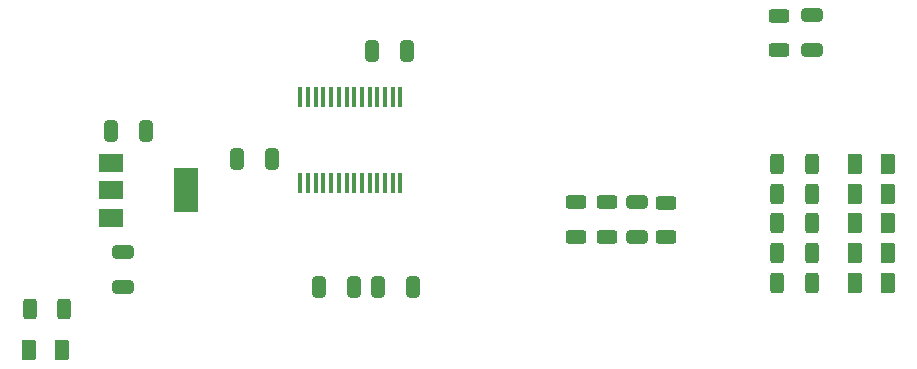
<source format=gtp>
G04 #@! TF.GenerationSoftware,KiCad,Pcbnew,(6.0.5)*
G04 #@! TF.CreationDate,2023-02-02T23:15:04-06:00*
G04 #@! TF.ProjectId,PIC18BT_MCE_Board,50494331-3842-4545-9f4d-43455f426f61,rev?*
G04 #@! TF.SameCoordinates,Original*
G04 #@! TF.FileFunction,Paste,Top*
G04 #@! TF.FilePolarity,Positive*
%FSLAX46Y46*%
G04 Gerber Fmt 4.6, Leading zero omitted, Abs format (unit mm)*
G04 Created by KiCad (PCBNEW (6.0.5)) date 2023-02-02 23:15:04*
%MOMM*%
%LPD*%
G01*
G04 APERTURE LIST*
G04 Aperture macros list*
%AMRoundRect*
0 Rectangle with rounded corners*
0 $1 Rounding radius*
0 $2 $3 $4 $5 $6 $7 $8 $9 X,Y pos of 4 corners*
0 Add a 4 corners polygon primitive as box body*
4,1,4,$2,$3,$4,$5,$6,$7,$8,$9,$2,$3,0*
0 Add four circle primitives for the rounded corners*
1,1,$1+$1,$2,$3*
1,1,$1+$1,$4,$5*
1,1,$1+$1,$6,$7*
1,1,$1+$1,$8,$9*
0 Add four rect primitives between the rounded corners*
20,1,$1+$1,$2,$3,$4,$5,0*
20,1,$1+$1,$4,$5,$6,$7,0*
20,1,$1+$1,$6,$7,$8,$9,0*
20,1,$1+$1,$8,$9,$2,$3,0*%
G04 Aperture macros list end*
%ADD10RoundRect,0.250000X0.325000X0.650000X-0.325000X0.650000X-0.325000X-0.650000X0.325000X-0.650000X0*%
%ADD11RoundRect,0.250000X-0.625000X0.312500X-0.625000X-0.312500X0.625000X-0.312500X0.625000X0.312500X0*%
%ADD12RoundRect,0.250000X0.312500X0.625000X-0.312500X0.625000X-0.312500X-0.625000X0.312500X-0.625000X0*%
%ADD13RoundRect,0.250000X0.375000X0.625000X-0.375000X0.625000X-0.375000X-0.625000X0.375000X-0.625000X0*%
%ADD14RoundRect,0.250000X0.650000X-0.325000X0.650000X0.325000X-0.650000X0.325000X-0.650000X-0.325000X0*%
%ADD15RoundRect,0.250000X-0.325000X-0.650000X0.325000X-0.650000X0.325000X0.650000X-0.325000X0.650000X0*%
%ADD16RoundRect,0.250000X-0.312500X-0.625000X0.312500X-0.625000X0.312500X0.625000X-0.312500X0.625000X0*%
%ADD17R,0.450000X1.750000*%
%ADD18RoundRect,0.250000X-0.650000X0.325000X-0.650000X-0.325000X0.650000X-0.325000X0.650000X0.325000X0*%
%ADD19RoundRect,0.250000X0.625000X-0.312500X0.625000X0.312500X-0.625000X0.312500X-0.625000X-0.312500X0*%
%ADD20R,2.000000X1.500000*%
%ADD21R,2.000000X3.800000*%
G04 APERTURE END LIST*
D10*
X129255000Y-96550000D03*
X126305000Y-96550000D03*
D11*
X162640000Y-100257500D03*
X162640000Y-103182500D03*
D12*
X174962500Y-99500000D03*
X172037500Y-99500000D03*
D13*
X181400000Y-99500000D03*
X178600000Y-99500000D03*
X111500000Y-112700000D03*
X108700000Y-112700000D03*
D14*
X160190000Y-103155000D03*
X160190000Y-100205000D03*
D15*
X138245000Y-107370000D03*
X141195000Y-107370000D03*
D16*
X108737500Y-109200000D03*
X111662500Y-109200000D03*
D17*
X131665000Y-98530000D03*
X132315000Y-98530000D03*
X132965000Y-98530000D03*
X133615000Y-98530000D03*
X134265000Y-98530000D03*
X134915000Y-98530000D03*
X135565000Y-98530000D03*
X136215000Y-98530000D03*
X136865000Y-98530000D03*
X137515000Y-98530000D03*
X138165000Y-98530000D03*
X138815000Y-98530000D03*
X139465000Y-98530000D03*
X140115000Y-98530000D03*
X140115000Y-91330000D03*
X139465000Y-91330000D03*
X138815000Y-91330000D03*
X138165000Y-91330000D03*
X137515000Y-91330000D03*
X136865000Y-91330000D03*
X136215000Y-91330000D03*
X135565000Y-91330000D03*
X134915000Y-91330000D03*
X134265000Y-91330000D03*
X133615000Y-91330000D03*
X132965000Y-91330000D03*
X132315000Y-91330000D03*
X131665000Y-91330000D03*
D18*
X174940000Y-84385000D03*
X174940000Y-87335000D03*
X116600000Y-104425000D03*
X116600000Y-107375000D03*
D13*
X181400000Y-104500000D03*
X178600000Y-104500000D03*
X181400000Y-107000000D03*
X178600000Y-107000000D03*
D19*
X172170000Y-87322500D03*
X172170000Y-84397500D03*
D13*
X181400000Y-97000000D03*
X178600000Y-97000000D03*
D12*
X174962500Y-107000000D03*
X172037500Y-107000000D03*
D19*
X157590000Y-103142500D03*
X157590000Y-100217500D03*
D15*
X137745000Y-87390000D03*
X140695000Y-87390000D03*
D20*
X115650000Y-96900000D03*
X115650000Y-99200000D03*
X115650000Y-101500000D03*
D21*
X121950000Y-99200000D03*
D16*
X172037500Y-97000000D03*
X174962500Y-97000000D03*
D19*
X155020000Y-103132500D03*
X155020000Y-100207500D03*
D12*
X174962500Y-102000000D03*
X172037500Y-102000000D03*
D15*
X115655000Y-94160000D03*
X118605000Y-94160000D03*
D13*
X181400000Y-102000000D03*
X178600000Y-102000000D03*
D10*
X136225000Y-107390000D03*
X133275000Y-107390000D03*
D12*
X174962500Y-104500000D03*
X172037500Y-104500000D03*
M02*

</source>
